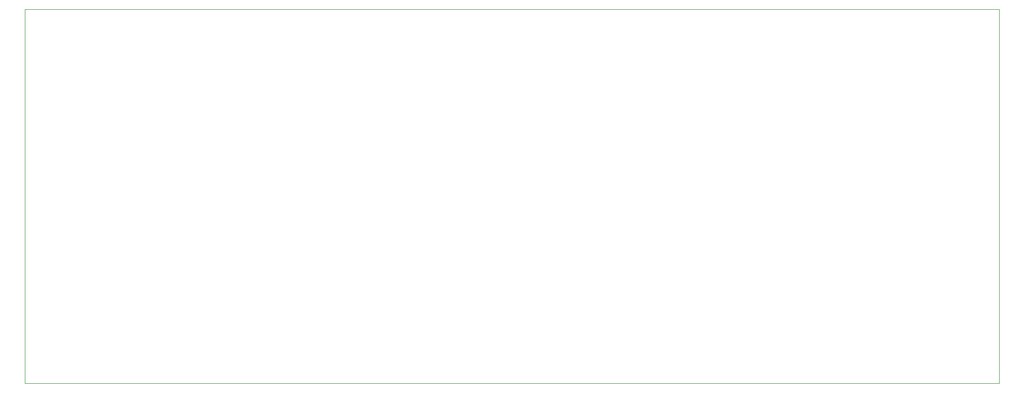
<source format=gm1>
G04 #@! TF.GenerationSoftware,KiCad,Pcbnew,(6.0.11)*
G04 #@! TF.CreationDate,2023-02-08T23:30:17+00:00*
G04 #@! TF.ProjectId,StepperDemoPCB,53746570-7065-4724-9465-6d6f5043422e,rev?*
G04 #@! TF.SameCoordinates,Original*
G04 #@! TF.FileFunction,Profile,NP*
%FSLAX46Y46*%
G04 Gerber Fmt 4.6, Leading zero omitted, Abs format (unit mm)*
G04 Created by KiCad (PCBNEW (6.0.11)) date 2023-02-08 23:30:17*
%MOMM*%
%LPD*%
G01*
G04 APERTURE LIST*
G04 #@! TA.AperFunction,Profile*
%ADD10C,0.100000*%
G04 #@! TD*
G04 APERTURE END LIST*
D10*
X33000000Y-36000000D02*
X202300000Y-36000000D01*
X202300000Y-36000000D02*
X202300000Y-101000000D01*
X202300000Y-101000000D02*
X33000000Y-101000000D01*
X33000000Y-101000000D02*
X33000000Y-36000000D01*
M02*

</source>
